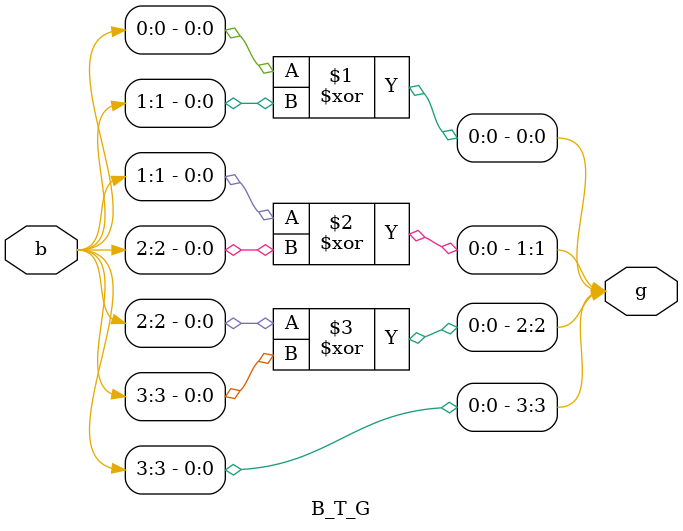
<source format=v>
`timescale 1ns / 1ps
module B_T_G #(parameter N=4)(
    input [N-1:0] b,
    output [N-1:0] g
    );
	 genvar i;
	 assign g[N-1] = b[N-1];
	 generate
		for(i=0;i<N-1;i=i+1) begin:gray_code
			assign g[i]=b[i]^b[i+1];
		end
	endgenerate


endmodule

</source>
